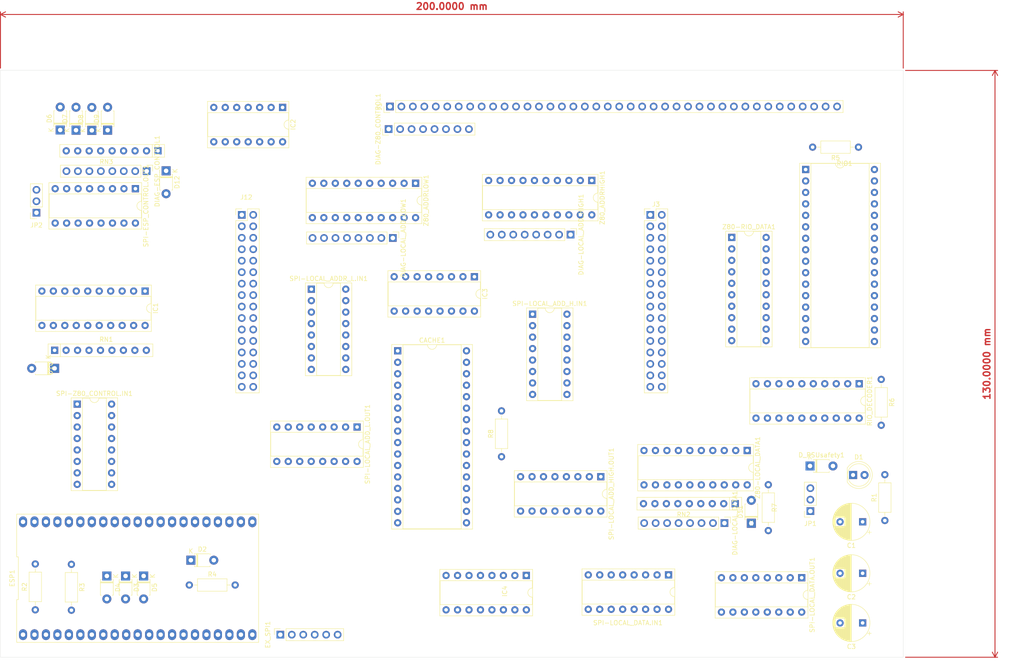
<source format=kicad_pcb>
(kicad_pcb (version 20221018) (generator pcbnew)
  (layers (0 "F.Cu" signal) (31 "B.Cu" signal) (34 "B.Paste" user) (35 "F.Paste" user) (36 "B.SilkS" user "B.Silkscreen") (37 "F.SilkS" user "F.Silkscreen") (38 "B.Mask" user) (39 "F.Mask" user) (44 "Edge.Cuts" user))
  (net 0 "")
  (net 1 "/ESP_WAIT_RESET")
  (net 2 "GND")
  (net 3 "/Z80_HARDLOCK")
  (net 4 "Net-(D1-A)")
  (net 6 "/IOCACHE-128K_ZXspectrum/CACHE_CE2")
  (net 7 "/CORE_ESP32-WROVER/ESP_PULSE")
  (net 8 "+5V")
  (net 9 "/ESP_ROMSEL_1")
  (net 10 "/ESP_ROMSEL_0")
  (net 11 "/ESP_ROM_WR_PROTECT")
  (net 12 "/CORE_ESP32-WROVER/ESP_INT")
  (net 13 "/CACHE_DATASTATUS")
  (net 14 "/CACHE_CONTROL.A16")
  (net 15 "/LOCAL_A7")
  (net 16 "/LOCAL_A6")
  (net 17 "/LOCAL_A5")
  (net 18 "/LOCAL_A4")
  (net 19 "/LOCAL_A3")
  (net 20 "/LOCAL_A2")
  (net 21 "/LOCAL_A1")
  (net 22 "/LOCAL_A0")
  (net 23 "/LOCAL_D0")
  (net 24 "/LOCAL_D1")
  (net 25 "Net-(D2-K)")
  (net 26 "Net-(D12-K)")
  (net 27 "/CORE_ESP32-WROVER/ESP_SPI_INT.MOSI")
  (net 28 "/CORE_ESP32-WROVER/ESP_SPI_INT.MISO")
  (net 29 "/CORE_ESP32-WROVER/ESP_SPI_INT.STC")
  (net 30 "/CORE_ESP32-WROVER/ESP_SPI_INT.OE")
  (net 31 "/CORE_ESP32-WROVER/ESP_SPI_INT.SCK")
  (net 32 "/CORE_ESP32-WROVER/ESP_SPI_INT.CE")
  (net 33 "/ESP_HARDLOCK")
  (net 34 "/LOCAL_D2")
  (net 35 "/LOCAL_D3")
  (net 36 "/LOCAL_D4")
  (net 37 "/LOCAL_D5")
  (net 38 "/CORE_ESP32-WROVER/ESP_SPI_INT.PL")
  (net 39 "Net-(D10-K)")
  (net 40 "Net-(D11-K)")
  (net 41 "/LOCAL_D6")
  (net 42 "/LOCAL_D7")
  (net 43 "/!ESP_HARDLOCK")
  (net 44 "/CACHE_CONTROL.CS")
  (net 45 "/SPI-Z80-BUS_ZXspectrum/ESP_CONTROL.WR+ESP_PULSE")
  (net 49 "/LOCAL_A10")
  (net 50 "/CACHE_CONTROL.OE")
  (net 51 "/LOCAL_A11")
  (net 52 "/LOCAL_A9")
  (net 53 "/LOCAL_A8")
  (net 54 "/CACHE_CONTROL.WE")
  (net 55 "/Z80_CONTROL.RESET")
  (net 56 "/Z80_CONTROL.BUSRQ")
  (net 57 "/Z80_CONTROL.WAIT")
  (net 58 "/Z80_CONTROL.BUSACK")
  (net 59 "/ESP_CONTROL.BUSRQ")
  (net 60 "/ESP_CONTROL.WAIT")
  (net 61 "/ESP_CONTROL.ROMCS")
  (net 62 "Net-(IC3-~{RCO})")
  (net 63 "/Z80_CONTROL.ROMCS")
  (net 64 "/ESP_CONTROL.NMI")
  (net 65 "/Z80_CONTROL.NMI")
  (net 66 "/ESP_CONTROL.RD")
  (net 67 "/ESP_CONTROL.WR")
  (net 68 "/ESP_CONTROL.IORQ")
  (net 69 "/ESP_CONTROL.MEMRQ")
  (net 70 "/CORE_ESP32-WROVER/EX_SCK")
  (net 71 "/CORE_ESP32-WROVER/EX_MISO")
  (net 72 "/CORE_ESP32-WROVER/EX_MOSI")
  (net 73 "/Z80_CONTROL.MEMRQ")
  (net 74 "/Z80_CONTROL.IORQ")
  (net 76 "/CORE_ESP32-WROVER/SD_CARD_SS")
  (net 78 "/Z80_CONTROL.WR")
  (net 79 "/CORE_ESP32-WROVER/EX_SS")
  (net 84 "/Z80_CONTROL.RD")
  (net 85 "/LOCAL_CONTROL.MEMRQ")
  (net 86 "/LOCAL_CONTROL.IORQ")
  (net 87 "/LOCAL_CONTROL.WR")
  (net 88 "/LOCAL_CONTROL.RD")
  (net 89 "/CACHE_CONTROL.DATASTATUS+PERM_Z80_IORQ")
  (net 90 "/IORQ_FILTER_BIT")
  (net 91 "/Z80_BUS_CONTROL.Z80_ADD_OE")
  (net 92 "/Z80_BUS_CONTROL.Z80_ADD_DIR")
  (net 93 "/Z80_BUS_CONTROL.Z80_DATA_DIR")
  (net 94 "/CACHE_SEL_2")
  (net 95 "/CACHE_SEL_0")
  (net 96 "/Z80_BUS_CONTROL.Z80_DATA_OE")
  (net 97 "/RIO_CONTROL.ROM_RDY")
  (net 98 "/RIO_CONTROL.A16")
  (net 99 "/RIO_CONTROL.CE")
  (net 100 "/LOCAL_A12")
  (net 101 "/LOCAL_A13")
  (net 102 "/LOCAL_A14")
  (net 103 "/LOCAL_A15")
  (net 104 "/Z80_A0")
  (net 105 "/Z80_A1")
  (net 106 "/Z80_A2")
  (net 107 "/Z80_A3")
  (net 108 "/CACHE_SEL_1")
  (net 109 "/CACHE_SEL_3")
  (net 110 "/Z80_A4")
  (net 111 "/Z80_HARDLOCK_SET")
  (net 112 "/Z80_HARDLOCK_RESET")
  (net 113 "/WAIT_IO")
  (net 114 "/PERM_Z80_IORQ")
  (net 115 "/Z80_A5")
  (net 116 "/Z80_A6")
  (net 117 "/Z80_A7")
  (net 118 "/Z80_D0")
  (net 119 "/Z80_D1")
  (net 120 "/Z80_D2")
  (net 121 "/Z80_D3")
  (net 122 "/Z80_D4")
  (net 123 "/Z80_D5")
  (net 124 "/Z80_D6")
  (net 125 "/Z80_D7")
  (net 126 "/Z80_A8")
  (net 127 "/Z80_A9")
  (net 128 "/!Z80_HARDLOCK")
  (net 129 "/Z80_A10")
  (net 130 "/Z80_A11")
  (net 131 "/Z80_A12")
  (net 132 "/Z80_A13")
  (net 133 "/Z80_A14")
  (net 134 "/Z80_A15")
  (net 135 "/RIO_CONTROL.A14")
  (net 136 "/RIO_CONTROL.A15")
  (net 137 "/RIO_CONTROL.OE")
  (net 138 "/RIO_CONTROL.WE")
  (net 139 "Net-(RIO_DECODER1-A->B)")
  (net 140 "Net-(SPI-ESP_CONTROL.OUT1-QH')")
  (net 141 "Net-(SPI-ESP_CONTROL.OUT1-SER)")
  (net 142 "Net-(SPI-LOCAL_ADDR_L.IN1-~{Q7})")
  (net 144 "Net-(SPI-LOCAL_ADDR_L.IN1-DS)")
  (net 147 "Net-(SPI-LOCAL_ADD_HIGH.OUT1-SER)")
  (net 148 "Net-(SPI-LOCAL_DATA.IN1-~{Q7})")
  (net 169 "/Z80-BUS_ZXspectrum48K/HOST VCC")
  (net 170 "Net-(D_PSUsafety1-K)")
  (net 171 "/CORE_ESP32-WROVER/ESP_SPI_INT.MR")
  (net 172 "/RIO-128K_ZXspectrum/RIO_CE2")
  (net 173 "/RIO-128K_ZXspectrum/ROM_D0")
  (net 174 "/RIO-128K_ZXspectrum/ROM_D1")
  (net 175 "/RIO-128K_ZXspectrum/ROM_D2")
  (net 176 "/RIO-128K_ZXspectrum/ROM_D3")
  (net 177 "/RIO-128K_ZXspectrum/ROM_D4")
  (net 178 "/RIO-128K_ZXspectrum/ROM_D5")
  (net 179 "/RIO-128K_ZXspectrum/ROM_D6")
  (net 180 "/RIO-128K_ZXspectrum/ROM_D7")
  (footprint "Diode_THT:D_T-1_P5.08mm_Horizontal" (layer "F.Cu") (at 230.345 130.32 90)
    (fp_text reference "D11")
    (fp_text value "1N4148")
  )
  (footprint "Connector_PinHeader_2.54mm:PinHeader_1x08_P2.54mm_Vertical" (layer "F.Cu") (at 96.4 52.32 -90)
    (fp_text reference "DIAG-ESP_CONTROL1")
    (fp_text value "PinHeader_2.54mm")
  )
  (footprint "Connector_PinHeader_2.54mm:PinHeader_2x16_P2.54mm_Vertical" (layer "F.Cu") (at 117.46 62)
    (fp_text reference "J12")
    (fp_text value "Conn_02x12_Odd_Even")
  )
  (footprint "Connector_PinHeader_2.54mm:PinHeader_1x08_P2.54mm_Vertical" (layer "F.Cu") (at 224.385 130.28 -90)
    (fp_text reference "DIAG-LOCAL_DATA1")
    (fp_text value "PinHeader_2.54mm")
  )
  (footprint "Package_DIP:DIP-20_W7.62mm_Socket" (layer "F.Cu") (at 195 54.38 -90)
    (fp_text reference "Z80_ADDRHIGH1")
    (fp_text value "74HC245N")
  )
  (footprint "Resistor_THT:R_Axial_DIN0207_L6.3mm_D2.5mm_P10.16mm_Horizontal" (layer "F.Cu") (at 254.08 47 180)
    (fp_text reference "R5")
    (fp_text value "10K")
  )
  (footprint "Capacitor_THT:CP_Radial_D8.0mm_P5.00mm" (layer "F.Cu") (at 255 130 180)
    (fp_text reference "C1")
    (fp_text value "10 uf")
  )
  (footprint "Capacitor_THT:CP_Radial_D8.0mm_P5.00mm" (layer "F.Cu") (at 255 152.4027 180)
    (fp_text reference "C3")
    (fp_text value ".1 uf")
  )
  (footprint "Package_DIP:DIP-16_W7.62mm_Socket" (layer "F.Cu") (at 81 103.92)
    (fp_text reference "SPI-Z80_CONTROL.IN1")
    (fp_text value "74HC165N")
  )
  (footprint "Connector_PinSocket_2.54mm:PinSocket_1x06_P2.54mm_Vertical" (layer "F.Cu") (at 126 155 90)
    (fp_text reference "EX_SPI1")
    (fp_text value "PinSocket_2.54mm")
  )
  (footprint "Connector_PinHeader_2.54mm:PinHeader_1x08_P2.54mm_Vertical" (layer "F.Cu") (at 150.92 67.12 -90)
    (fp_text reference "DIAG-LOCAL_ADD_LOW1")
    (fp_text value "PinHeader_2.54mm")
  )
  (footprint "Connector_PinSocket_2.54mm:PinSocket_1x03_P2.54mm_Vertical" (layer "F.Cu") (at 71.975 61.525 180)
    (fp_text reference "JP2")
    (fp_text value "PINHD-ADDR_FILTER")
  )
  (footprint "Diode_THT:D_T-1_P5.08mm_Horizontal" (layer "F.Cu") (at 91.72 142 -90)
    (fp_text reference "D3")
    (fp_text value "1N4148")
  )
  (footprint "Package_DIP:DIP-20_W7.62mm_Socket" (layer "F.Cu") (at 254.235 99.41 -90)
    (fp_text reference "RIO_DECODER1")
    (fp_text value "74HC245N")
  )
  (footprint "Resistor_THT:R_Array_SIP9" (layer "F.Cu") (at 226.77 125.98 180)
    (fp_text reference "RN2")
    (fp_text value "4609M-101-103LF")
  )
  (footprint "Connector_PinSocket_2.54mm:PinSocket_1x03_P2.54mm_Vertical" (layer "F.Cu") (at 243.4223 127.6298 180)
    (fp_text reference "JP1")
    (fp_text value "PINHD-POWER/RESET")
  )
  (footprint "Package_DIP:DIP-16_W7.62mm_Socket" (layer "F.Cu") (at 212 141.76 -90)
    (fp_text reference "SPI-LOCAL_DATA.IN1")
    (fp_text value "74HC165N")
  )
  (footprint "Resistor_THT:R_Array_SIP9" (layer "F.Cu") (at 76 92)
    (fp_text reference "RN1")
    (fp_text value "LOCAL_CONTROL_BIAS")
  )
  (footprint "Package_DIP:DIP-20_W7.62mm_Socket" (layer "F.Cu") (at 229.425 114.2 -90)
    (fp_text reference "Z80-LOCAL_DATA1")
    (fp_text value "74HC245N")
  )
  (footprint "Package_DIP:DIP-16_W7.62mm_Socket" (layer "F.Cu") (at 169 75.7 -90)
    (fp_text reference "IC3")
    (fp_text value "74HC590N")
  )
  (footprint "Package_DIP:DIP-16_W7.62mm_Socket" (layer "F.Cu") (at 197 120 -90)
    (fp_text reference "SPI-LOCAL_ADD_HIGH.OUT1")
    (fp_text value "74595N")
  )
  (footprint "Diode_THT:D_T-1_P5.08mm_Horizontal" (layer "F.Cu") (at 80.74 43.24 90)
    (fp_text reference "D7")
    (fp_text value "1N4148")
  )
  (footprint "Diode_THT:D_T-1_P5.08mm_Horizontal" (layer "F.Cu") (at 95.72 142 -90)
    (fp_text reference "D5")
    (fp_text value "1N4148")
  )
  (footprint "Connector_PinHeader_2.54mm:PinHeader_1x08_P2.54mm_Vertical" (layer "F.Cu") (at 150 43 90)
    (fp_text reference "DIAG-Z80_CONTROL1")
    (fp_text value "PinHeader_2.54mm")
  )
  (footprint "LED_THT:LED_D5.0mm" (layer "F.Cu") (at 252.8823 119.6298)
    (fp_text reference "D1")
    (fp_text value "POWER_LED")
  )
  (footprint "Package_DIP:DIP-16_W7.62mm_Socket" (layer "F.Cu") (at 143 109 -90)
    (fp_text reference "SPI-LOCAL_ADD_L.OUT1")
    (fp_text value "74595N")
  )
  (footprint "Package_DIP:DIP-16_W7.62mm_Socket" (layer "F.Cu") (at 180.5 141.88 -90)
    (fp_text reference "IC4")
    (fp_text value "74HC590N")
  )
  (footprint "Diode_THT:D_T-1_P5.08mm_Horizontal" (layer "F.Cu") (at 84.24 43.28 90)
    (fp_text reference "D8")
    (fp_text value "1N4148")
  )
  (footprint "Resistor_THT:R_Axial_DIN0207_L6.3mm_D2.5mm_P10.16mm_Horizontal" (layer "F.Cu") (at 175 115.58 90)
    (fp_text reference "R8")
    (fp_text value "10K")
  )
  (footprint "Package_DIP:DIP-20_W7.62mm_Socket" (layer "F.Cu") (at 96.04 78.88 -90)
    (fp_text reference "IC1")
    (fp_text value "74HC244N")
  )
  (footprint "Connector_PinHeader_2.54mm:PinHeader_1x40_P2.54mm_Vertical" (layer "F.Cu") (at 150.28 38 90)
    (fp_text reference "J1")
    (fp_text value "DIAG-HOST_SYSTEM_BUS")
  )
  (footprint "Package_DIP:DIP-20_W7.62mm_Socket" (layer "F.Cu") (at 226 67)
    (fp_text reference "Z80-RIO_DATA1")
    (fp_text value "74HC245N")
  )
  (footprint "Package_DIP:DIP-16_W7.62mm_Socket" (layer "F.Cu") (at 132.88 78.46)
    (fp_text reference "SPI-LOCAL_ADDR_L.IN1")
    (fp_text value "74HC165N")
  )
  (footprint "Package_DIP:DIP-14_W7.62mm_Socket" (layer "F.Cu") (at 126.5 38.2 -90)
    (fp_text reference "IC2")
    (fp_text value "74HC32N")
  )
  (footprint "Capacitor_THT:CP_Radial_D8.0mm_P5.00mm" (layer "F.Cu") (at 255 141.4027 180)
    (fp_text reference "C2")
    (fp_text value ".1 uf")
  )
  (footprint "Package_DIP:DIP-16_W7.62mm_Socket" (layer "F.Cu") (at 181.88 84)
    (fp_text reference "SPI-LOCAL_ADD_H.IN1")
    (fp_text value "74HC165N")
  )
  (footprint "Diode_THT:D_T-1_P5.08mm_Horizontal" (layer "F.Cu") (at 76 96 180)
    (fp_text reference "D10")
    (fp_text value "1N4148")
  )
  (footprint "Resistor_THT:R_Axial_DIN0207_L6.3mm_D2.5mm_P10.16mm_Horizontal" (layer "F.Cu") (at 234.105 131.94 90)
    (fp_text reference "R7")
    (fp_text value "10K")
  )
  (footprint "Package_DIP:DIP-32_W15.24mm_Socket" (layer "F.Cu") (at 152 92.12)
    (fp_text reference "CACHE1")
    (fp_text value "AS6C1008-55PCN")
  )
  (footprint "Connector_PinHeader_2.54mm:PinHeader_1x08_P2.54mm_Vertical" (layer "F.Cu") (at 190.3 66.38 -90)
    (fp_text reference "DIAG-LOCAL_ADD_HIGH1")
    (fp_text value "PinHeader_2.54mm")
  )
  (footprint "Package_DIP:DIP-16_W7.62mm_Socket" (layer "F.Cu") (at 93.9 56.2 -90)
    (fp_text reference "SPI-ESP_CONTROL.OUT1")
    (fp_text value "74595N")
  )
  (footprint "Package_DIP:DIP-20_W7.62mm_Socket" (layer "F.Cu") (at 155.96 55 -90)
    (fp_text reference "Z80_ADDRLOW1")
    (fp_text value "74HC245N")
  )
  (footprint "Diode_THT:D_T-1_P5.08mm_Horizontal" (layer "F.Cu") (at 106.18 138.5)
    (fp_text reference "D2")
    (fp_text value "1N4148")
  )
  (footprint "Resistor_THT:R_Array_SIP9" (layer "F.Cu") (at 98.9 47.82 180)
    (fp_text reference "RN3")
    (fp_text value "4609M-101-103LF")
  )
  (footprint "Connector_PinHeader_2.54mm:PinHeader_2x16_P2.54mm_Vertical" (layer "F.Cu") (at 207.96 62)
    (fp_text reference "J3")
    (fp_text value "Conn_02x12_Odd_Even")
  )
  (footprint "Resistor_THT:R_Axial_DIN0207_L6.3mm_D2.5mm_P10.16mm_Horizontal" (layer "F.Cu") (at 71.72 149.5 90)
    (fp_text reference "R2")
    (fp_text value "22K")
  )
  (footprint "Diode_THT:D_T-1_P5.08mm_Horizontal" (layer "F.Cu") (at 77.24 43.2 90)
    (fp_text reference "D6")
    (fp_text value "1N4148")
  )
  (footprint "Resistor_THT:R_Axial_DIN0207_L6.3mm_D2.5mm_P10.16mm_Horizontal" (layer "F.Cu") (at 259.9223 129.7098 90)
    (fp_text reference "R1")
    (fp_text value "1K")
  )
  (footprint "Diode_THT:D_T-1_P5.08mm_Horizontal" (layer "F.Cu") (at 243.3423 117.6298)
    (fp_text reference "D_PSUsafety1")
    (fp_text value "1N4148")
  )
  (footprint "Resistor_THT:R_Axial_DIN0207_L6.3mm_D2.5mm_P10.16mm_Horizontal" (layer "F.Cu") (at 79.72 139.42 -90)
    (fp_text reference "R3")
    (fp_text value "22K")
  )
  (footprint "Package_DIP:DIP-16_W7.62mm_Socket" (layer "F.Cu") (at 241.5 142.38 -90)
    (fp_text reference "SPI-LOCAL_DATA.OUT1")
    (fp_text value "74595N")
  )
  (footprint "Diode_THT:D_T-1_P5.08mm_Horizontal" (layer "F.Cu") (at 87.74 43.24 90)
    (fp_text reference "D9")
    (fp_text value "1N4148")
  )
  (footprint "Diode_THT:D_T-1_P5.08mm_Horizontal" (layer "F.Cu") (at 100.7 52.24 -90)
    (fp_text reference "D12")
    (fp_text value "1N4148")
  )
  (footprint "esp32-wrover:FREENOVE_ESP32-WROVER-DEV" (layer "F.Cu") (at 93.13 142.5 90)
    (fp_text reference "ESP1")
    (fp_text value "FREENOVE_ESP32-WROVER-DEV")
  )
  (footprint "Resistor_THT:R_Axial_DIN0207_L6.3mm_D2.5mm_P10.16mm_Horizontal" (layer "F.Cu") (at 105.84 144)
    (fp_text reference "R4")
    (fp_text value "22K")
  )
  (footprint "Resistor_THT:R_Axial_DIN0207_L6.3mm_D2.5mm_P10.16mm_Horizontal" (layer "F.Cu") (at 259.115 98.45 -90)
    (fp_text reference "R6")
    (fp_text value "10K")
  )
  (footprint "Package_DIP:DIP-32_W15.24mm_Socket" (layer "F.Cu") (at 242.375 51.95)
    (fp_text reference "RIO1")
    (fp_text value "AS6C1008-55PCN")
  )
  (footprint "Diode_THT:D_T-1_P5.08mm_Horizontal" (layer "F.Cu") (at 87.57 142 -90)
    (fp_text reference "D4")
    (fp_text value "1N4148")
  )
  (gr_rect (start 64 30) (end 264 160) (stroke (width 0.05)) (fill none) (layer "Edge.Cuts"))
  (dimension (type aligned) (layer "F.Cu") (pts (xy 264 30) (xy 264 160)) (height -20.32) (gr_text "130.0000 mm" (at 282.52 95 90) (layer "F.Cu") (effects (font (size 1.5 1.5) (thickness 0.3)))) (format (prefix "") (suffix "") (units 3) (units_format 1) (precision 4)) (style (thickness 0.2) (arrow_length 1.27) (text_position_mode 0) (extension_height 0.58642) (extension_offset 0.5) keep_text_aligned))
  (dimension (type aligned) (layer "F.Cu") (pts (xy 264 30) (xy 64 30)) (height 12.3952) (gr_text "200.0000 mm" (at 164 15.8048) (layer "F.Cu") (effects (font (size 1.5 1.5) (thickness 0.3)))) (format (prefix "") (suffix "") (units 3) (units_format 1) (precision 4)) (style (thickness 0.2) (arrow_length 1.27) (text_position_mode 0) (extension_height 0.58642) (extension_offset 0.5) keep_text_aligned))
)
</source>
